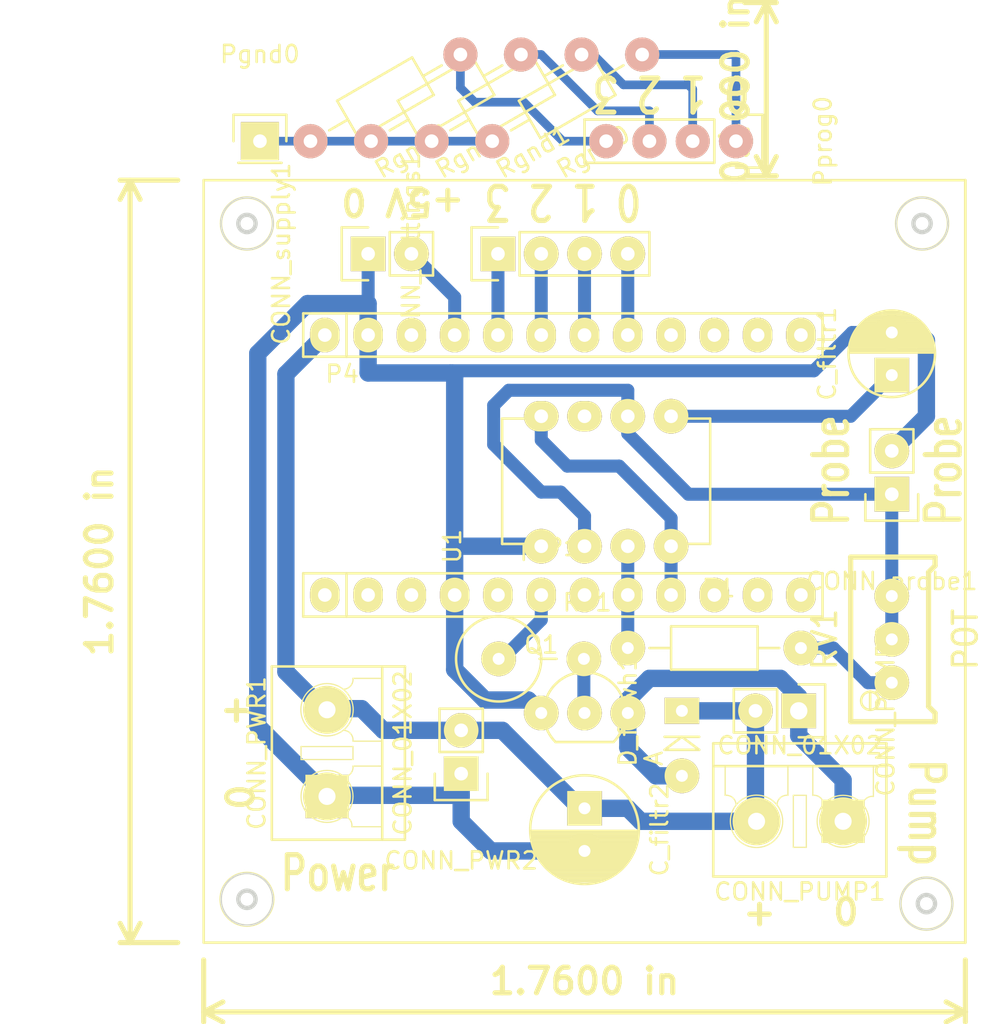
<source format=kicad_pcb>
(kicad_pcb (version 4) (host pcbnew 4.0.1-3.201512161002+6197~38~ubuntu14.04.1-stable)

  (general
    (links 45)
    (no_connects 5)
    (area 116.206001 68.326 174.5075 130.208001)
    (thickness 1.6)
    (drawings 31)
    (tracks 113)
    (zones 0)
    (modules 23)
    (nets 33)
  )

  (page A4)
  (title_block
    (date "sam. 04 avril 2015")
  )

  (layers
    (0 F.Cu signal)
    (31 B.Cu signal)
    (32 B.Adhes user)
    (33 F.Adhes user)
    (34 B.Paste user)
    (35 F.Paste user)
    (36 B.SilkS user)
    (37 F.SilkS user)
    (38 B.Mask user)
    (39 F.Mask user)
    (40 Dwgs.User user)
    (41 Cmts.User user)
    (42 Eco1.User user)
    (43 Eco2.User user)
    (44 Edge.Cuts user)
    (45 Margin user)
    (46 B.CrtYd user)
    (47 F.CrtYd user)
    (48 B.Fab user)
    (49 F.Fab user)
  )

  (setup
    (last_trace_width 1.016)
    (user_trace_width 0.508)
    (user_trace_width 0.762)
    (user_trace_width 1.016)
    (trace_clearance 0.2)
    (zone_clearance 0.508)
    (zone_45_only no)
    (trace_min 0.2)
    (segment_width 0.15)
    (edge_width 0.1)
    (via_size 0.6)
    (via_drill 0.4)
    (via_min_size 0.4)
    (via_min_drill 0.3)
    (uvia_size 0.3)
    (uvia_drill 0.1)
    (uvias_allowed no)
    (uvia_min_size 0.2)
    (uvia_min_drill 0.1)
    (pcb_text_width 0.3)
    (pcb_text_size 1.5 1.5)
    (mod_edge_width 0.15)
    (mod_text_size 1 1)
    (mod_text_width 0.15)
    (pad_size 1.524 2.032)
    (pad_drill 0.7)
    (pad_to_mask_clearance 0)
    (aux_axis_origin 137.16 114.3)
    (visible_elements FFFFFF7F)
    (pcbplotparams
      (layerselection 0x00030_80000001)
      (usegerberextensions false)
      (excludeedgelayer true)
      (linewidth 0.100000)
      (plotframeref false)
      (viasonmask false)
      (mode 1)
      (useauxorigin false)
      (hpglpennumber 1)
      (hpglpenspeed 20)
      (hpglpendiameter 15)
      (hpglpenoverlay 2)
      (psnegative false)
      (psa4output false)
      (plotreference true)
      (plotvalue true)
      (plotinvisibletext false)
      (padsonsilk false)
      (subtractmaskfromsilk false)
      (outputformat 1)
      (mirror false)
      (drillshape 1)
      (scaleselection 1)
      (outputdirectory print/))
  )

  (net 0 "")
  (net 1 "/1(Tx)")
  (net 2 "/0(Rx)")
  (net 3 /Reset)
  (net 4 GND)
  (net 5 /2)
  (net 6 "/3(**)")
  (net 7 /4)
  (net 8 "/5(**)")
  (net 9 /7)
  (net 10 /8)
  (net 11 "/9(**)")
  (net 12 VCC)
  (net 13 /A3)
  (net 14 /A2)
  (net 15 /A1)
  (net 16 /A0)
  (net 17 "/13(SCK)")
  (net 18 "/12(MISO)")
  (net 19 "/11(**/MOSI)")
  (net 20 "/10(**/SS)")
  (net 21 "Net-(CONN_probe1-Pad1)")
  (net 22 "Net-(CONN_PUMP1-Pad1)")
  (net 23 +12V)
  (net 24 "Net-(C_filtr1-Pad1)")
  (net 25 "Net-(Q1-Pad2)")
  (net 26 "Net-(R1-Pad2)")
  (net 27 "Net-(U1-Pad7)")
  (net 28 "Net-(Pgnd0-Pad1)")
  (net 29 "Net-(Pprog0-Pad1)")
  (net 30 "Net-(Pprog0-Pad2)")
  (net 31 "Net-(Pprog0-Pad3)")
  (net 32 "Net-(Pprog0-Pad4)")

  (net_class Default "This is the default net class."
    (clearance 0.2)
    (trace_width 0.25)
    (via_dia 0.6)
    (via_drill 0.4)
    (uvia_dia 0.3)
    (uvia_drill 0.1)
    (add_net +12V)
    (add_net "/0(Rx)")
    (add_net "/1(Tx)")
    (add_net "/10(**/SS)")
    (add_net "/11(**/MOSI)")
    (add_net "/12(MISO)")
    (add_net "/13(SCK)")
    (add_net /2)
    (add_net "/3(**)")
    (add_net /4)
    (add_net "/5(**)")
    (add_net /7)
    (add_net /8)
    (add_net "/9(**)")
    (add_net /A0)
    (add_net /A1)
    (add_net /A2)
    (add_net /A3)
    (add_net /Reset)
    (add_net GND)
    (add_net "Net-(CONN_PUMP1-Pad1)")
    (add_net "Net-(CONN_probe1-Pad1)")
    (add_net "Net-(C_filtr1-Pad1)")
    (add_net "Net-(Pgnd0-Pad1)")
    (add_net "Net-(Pprog0-Pad1)")
    (add_net "Net-(Pprog0-Pad2)")
    (add_net "Net-(Pprog0-Pad3)")
    (add_net "Net-(Pprog0-Pad4)")
    (add_net "Net-(Q1-Pad2)")
    (add_net "Net-(R1-Pad2)")
    (add_net "Net-(U1-Pad7)")
    (add_net VCC)
  )

  (module TO_SOT_Packages_THT:TO-92_Inline_Wide (layer F.Cu) (tedit 567F077D) (tstamp 567BF6A3)
    (at 148.336 109.982)
    (descr "TO-92 leads in-line, wide, drill 0.8mm (see NXP sot054_po.pdf)")
    (tags "to-92 sc-43 sc-43a sot54 PA33 transistor")
    (path /567F073B)
    (fp_text reference Q1 (at 0 -4 180) (layer F.SilkS)
      (effects (font (size 1 1) (thickness 0.15)))
    )
    (fp_text value 2N2222 (at 2.286 2.032) (layer F.Fab)
      (effects (font (size 1 1) (thickness 0.15)))
    )
    (fp_arc (start 2.54 0) (end 0.84 1.7) (angle 20.5) (layer F.SilkS) (width 0.15))
    (fp_arc (start 2.54 0) (end 4.24 1.7) (angle -20.5) (layer F.SilkS) (width 0.15))
    (fp_line (start -1 1.95) (end -1 -2.65) (layer F.CrtYd) (width 0.05))
    (fp_line (start -1 1.95) (end 6.1 1.95) (layer F.CrtYd) (width 0.05))
    (fp_line (start 0.84 1.7) (end 4.24 1.7) (layer F.SilkS) (width 0.15))
    (fp_arc (start 2.54 0) (end 2.54 -2.4) (angle -65.55604127) (layer F.SilkS) (width 0.15))
    (fp_arc (start 2.54 0) (end 2.54 -2.4) (angle 65.55604127) (layer F.SilkS) (width 0.15))
    (fp_line (start -1 -2.65) (end 6.1 -2.65) (layer F.CrtYd) (width 0.05))
    (fp_line (start 6.1 1.95) (end 6.1 -2.65) (layer F.CrtYd) (width 0.05))
    (pad 2 thru_hole oval (at 2.54 0) (size 2.032 2.032) (drill 0.7) (layers *.Cu *.Mask F.SilkS)
      (net 25 "Net-(Q1-Pad2)"))
    (pad 3 thru_hole oval (at 5.08 0) (size 2.032 2.032) (drill 0.7) (layers *.Cu *.Mask F.SilkS)
      (net 22 "Net-(CONN_PUMP1-Pad1)"))
    (pad 1 thru_hole oval (at 0 0) (size 2.032 2.032) (drill 0.7) (layers *.Cu *.Mask F.SilkS)
      (net 4 GND))
    (model TO_SOT_Packages_THT.3dshapes/TO-92_Inline_Wide.wrl
      (at (xyz 0.1 0 0))
      (scale (xyz 1 1 1))
      (rotate (xyz 0 0 -90))
    )
  )

  (module Socket_Arduino_Pro_Mini:Socket_Strip_Arduino_1x12 locked (layer F.Cu) (tedit 567CA188) (tstamp 552111CC)
    (at 135.636 103.0605)
    (descr "Through hole socket strip")
    (tags "socket strip")
    (path /552014A1)
    (fp_text reference P1 (at 13.97 -2.794) (layer F.SilkS)
      (effects (font (size 1 1) (thickness 0.15)))
    )
    (fp_text value Digital (at 18.034 -2.794) (layer F.Fab)
      (effects (font (size 1 1) (thickness 0.15)))
    )
    (fp_line (start 1.27 -1.27) (end -1.27 -1.27) (layer F.SilkS) (width 0.15))
    (fp_line (start -1.27 -1.27) (end -1.27 1.27) (layer F.SilkS) (width 0.15))
    (fp_line (start -1.27 1.27) (end 1.27 1.27) (layer F.SilkS) (width 0.15))
    (fp_line (start -1.75 -1.75) (end -1.75 1.75) (layer F.CrtYd) (width 0.05))
    (fp_line (start 29.7 -1.75) (end 29.7 1.75) (layer F.CrtYd) (width 0.05))
    (fp_line (start -1.75 -1.75) (end 29.7 -1.75) (layer F.CrtYd) (width 0.05))
    (fp_line (start -1.75 1.75) (end 29.7 1.75) (layer F.CrtYd) (width 0.05))
    (fp_line (start 1.27 1.27) (end 29.21 1.27) (layer F.SilkS) (width 0.15))
    (fp_line (start 29.21 1.27) (end 29.21 -1.27) (layer F.SilkS) (width 0.15))
    (fp_line (start 29.21 -1.27) (end 1.27 -1.27) (layer F.SilkS) (width 0.15))
    (fp_line (start 1.27 1.27) (end 1.27 -1.27) (layer F.SilkS) (width 0.15))
    (pad 1 thru_hole oval (at 0 0) (size 1.7272 2.032) (drill 0.8) (layers *.Cu *.Mask F.SilkS)
      (net 1 "/1(Tx)"))
    (pad 2 thru_hole oval (at 2.54 0) (size 1.7272 2.032) (drill 0.8) (layers *.Cu *.Mask F.SilkS)
      (net 2 "/0(Rx)"))
    (pad 3 thru_hole oval (at 5.08 0) (size 1.7272 2.032) (drill 0.8) (layers *.Cu *.Mask F.SilkS)
      (net 3 /Reset))
    (pad 4 thru_hole oval (at 7.62 0) (size 1.7272 2.032) (drill 0.8) (layers *.Cu *.Mask F.SilkS)
      (net 4 GND))
    (pad 5 thru_hole oval (at 10.16 0) (size 1.7272 2.032) (drill 0.8) (layers *.Cu *.Mask F.SilkS)
      (net 5 /2))
    (pad 6 thru_hole oval (at 12.7 0) (size 1.7272 2.032) (drill 0.8) (layers *.Cu *.Mask F.SilkS)
      (net 6 "/3(**)"))
    (pad 7 thru_hole oval (at 15.24 0) (size 1.7272 2.032) (drill 0.8) (layers *.Cu *.Mask F.SilkS)
      (net 7 /4))
    (pad 8 thru_hole oval (at 17.78 0) (size 1.7272 2.032) (drill 0.8) (layers *.Cu *.Mask F.SilkS)
      (net 8 "/5(**)"))
    (pad 9 thru_hole oval (at 20.32 0) (size 1.7272 2.032) (drill 0.8) (layers *.Cu *.Mask F.SilkS)
      (net 12 VCC))
    (pad 10 thru_hole oval (at 22.86 0) (size 1.7272 2.032) (drill 0.8) (layers *.Cu *.Mask F.SilkS)
      (net 9 /7))
    (pad 11 thru_hole oval (at 25.4 0) (size 1.7272 2.032) (drill 0.8) (layers *.Cu *.Mask F.SilkS)
      (net 10 /8))
    (pad 12 thru_hole oval (at 27.94 0) (size 1.7272 2.032) (drill 0.8) (layers *.Cu *.Mask F.SilkS)
      (net 11 "/9(**)"))
    (model ${KIPRJMOD}/Socket_Arduino_Pro_Mini.3dshapes/Socket_header_Arduino_1x12.wrl
      (at (xyz 0.55 0 0))
      (scale (xyz 1 1 1))
      (rotate (xyz 0 0 180))
    )
  )

  (module Socket_Arduino_Pro_Mini:Socket_Strip_Arduino_1x12 locked (layer F.Cu) (tedit 567CA146) (tstamp 5521120D)
    (at 135.636 87.8205)
    (descr "Through hole socket strip")
    (tags "socket strip")
    (path /552014EF)
    (fp_text reference P4 (at 1.016 2.286) (layer F.SilkS)
      (effects (font (size 1 1) (thickness 0.15)))
    )
    (fp_text value Analog (at 4.826 2.54) (layer F.Fab)
      (effects (font (size 1 1) (thickness 0.15)))
    )
    (fp_line (start 1.27 -1.27) (end -1.27 -1.27) (layer F.SilkS) (width 0.15))
    (fp_line (start -1.27 -1.27) (end -1.27 1.27) (layer F.SilkS) (width 0.15))
    (fp_line (start -1.27 1.27) (end 1.27 1.27) (layer F.SilkS) (width 0.15))
    (fp_line (start -1.75 -1.75) (end -1.75 1.75) (layer F.CrtYd) (width 0.05))
    (fp_line (start 29.7 -1.75) (end 29.7 1.75) (layer F.CrtYd) (width 0.05))
    (fp_line (start -1.75 -1.75) (end 29.7 -1.75) (layer F.CrtYd) (width 0.05))
    (fp_line (start -1.75 1.75) (end 29.7 1.75) (layer F.CrtYd) (width 0.05))
    (fp_line (start 1.27 1.27) (end 29.21 1.27) (layer F.SilkS) (width 0.15))
    (fp_line (start 29.21 1.27) (end 29.21 -1.27) (layer F.SilkS) (width 0.15))
    (fp_line (start 29.21 -1.27) (end 1.27 -1.27) (layer F.SilkS) (width 0.15))
    (fp_line (start 1.27 1.27) (end 1.27 -1.27) (layer F.SilkS) (width 0.15))
    (pad 1 thru_hole oval (at 0 0) (size 1.7272 2.032) (drill 0.8) (layers *.Cu *.Mask F.SilkS)
      (net 23 +12V))
    (pad 2 thru_hole oval (at 2.54 0) (size 1.7272 2.032) (drill 0.8) (layers *.Cu *.Mask F.SilkS)
      (net 4 GND))
    (pad 3 thru_hole oval (at 5.08 0) (size 1.7272 2.032) (drill 0.8) (layers *.Cu *.Mask F.SilkS)
      (net 3 /Reset))
    (pad 4 thru_hole oval (at 7.62 0) (size 1.7272 2.032) (drill 0.8) (layers *.Cu *.Mask F.SilkS)
      (net 12 VCC))
    (pad 5 thru_hole oval (at 10.16 0) (size 1.7272 2.032) (drill 0.8) (layers *.Cu *.Mask F.SilkS)
      (net 13 /A3))
    (pad 6 thru_hole oval (at 12.7 0) (size 1.7272 2.032) (drill 0.8) (layers *.Cu *.Mask F.SilkS)
      (net 14 /A2))
    (pad 7 thru_hole oval (at 15.24 0) (size 1.7272 2.032) (drill 0.8) (layers *.Cu *.Mask F.SilkS)
      (net 15 /A1))
    (pad 8 thru_hole oval (at 17.78 0) (size 1.7272 2.032) (drill 0.8) (layers *.Cu *.Mask F.SilkS)
      (net 16 /A0))
    (pad 9 thru_hole oval (at 20.32 0) (size 1.7272 2.032) (drill 0.8) (layers *.Cu *.Mask F.SilkS)
      (net 17 "/13(SCK)"))
    (pad 10 thru_hole oval (at 22.86 0) (size 1.7272 2.032) (drill 0.8) (layers *.Cu *.Mask F.SilkS)
      (net 18 "/12(MISO)"))
    (pad 11 thru_hole oval (at 25.4 0) (size 1.7272 2.032) (drill 0.8) (layers *.Cu *.Mask F.SilkS)
      (net 19 "/11(**/MOSI)"))
    (pad 12 thru_hole oval (at 27.94 0) (size 1.7272 2.032) (drill 0.8) (layers *.Cu *.Mask F.SilkS)
      (net 20 "/10(**/SS)"))
    (model ${KIPRJMOD}/Socket_Arduino_Pro_Mini.3dshapes/Socket_header_Arduino_1x12.wrl
      (at (xyz 0.55 0 0))
      (scale (xyz 1 1 1))
      (rotate (xyz 0 0 180))
    )
  )

  (module Pin_Headers:Pin_Header_Straight_1x02 (layer F.Cu) (tedit 567C9E98) (tstamp 567BF67E)
    (at 168.91 97.155 180)
    (descr "Through hole pin header")
    (tags "pin header")
    (path /567BDD3D)
    (fp_text reference CONN_probe1 (at 0 -5.1 180) (layer F.SilkS)
      (effects (font (size 1 1) (thickness 0.15)))
    )
    (fp_text value CONN_01X02 (at 0 -3.1 180) (layer F.Fab)
      (effects (font (size 1 1) (thickness 0.15)))
    )
    (fp_line (start 1.27 1.27) (end 1.27 3.81) (layer F.SilkS) (width 0.15))
    (fp_line (start 1.55 -1.55) (end 1.55 0) (layer F.SilkS) (width 0.15))
    (fp_line (start -1.75 -1.75) (end -1.75 4.3) (layer F.CrtYd) (width 0.05))
    (fp_line (start 1.75 -1.75) (end 1.75 4.3) (layer F.CrtYd) (width 0.05))
    (fp_line (start -1.75 -1.75) (end 1.75 -1.75) (layer F.CrtYd) (width 0.05))
    (fp_line (start -1.75 4.3) (end 1.75 4.3) (layer F.CrtYd) (width 0.05))
    (fp_line (start 1.27 1.27) (end -1.27 1.27) (layer F.SilkS) (width 0.15))
    (fp_line (start -1.55 0) (end -1.55 -1.55) (layer F.SilkS) (width 0.15))
    (fp_line (start -1.55 -1.55) (end 1.55 -1.55) (layer F.SilkS) (width 0.15))
    (fp_line (start -1.27 1.27) (end -1.27 3.81) (layer F.SilkS) (width 0.15))
    (fp_line (start -1.27 3.81) (end 1.27 3.81) (layer F.SilkS) (width 0.15))
    (pad 1 thru_hole rect (at 0 0 180) (size 2.032 2.032) (drill 0.8) (layers *.Cu *.Mask F.SilkS)
      (net 21 "Net-(CONN_probe1-Pad1)"))
    (pad 2 thru_hole oval (at 0 2.54 180) (size 2.032 2.032) (drill 0.8) (layers *.Cu *.Mask F.SilkS)
      (net 4 GND))
    (model Pin_Headers.3dshapes/Pin_Header_Straight_1x02.wrl
      (at (xyz 0 -0.05 0))
      (scale (xyz 1 1 1))
      (rotate (xyz 0 0 90))
    )
  )

  (module Pin_Headers:Pin_Header_Straight_1x02 (layer F.Cu) (tedit 567C9E90) (tstamp 567BF68A)
    (at 163.449 109.855 270)
    (descr "Through hole pin header")
    (tags "pin header")
    (path /567BFA6B)
    (fp_text reference CONN_PUMP2 (at 0 -5.1 270) (layer F.SilkS)
      (effects (font (size 1 1) (thickness 0.15)))
    )
    (fp_text value CONN_01X02 (at 0 -3.1 270) (layer F.Fab)
      (effects (font (size 1 1) (thickness 0.15)))
    )
    (fp_line (start 1.27 1.27) (end 1.27 3.81) (layer F.SilkS) (width 0.15))
    (fp_line (start 1.55 -1.55) (end 1.55 0) (layer F.SilkS) (width 0.15))
    (fp_line (start -1.75 -1.75) (end -1.75 4.3) (layer F.CrtYd) (width 0.05))
    (fp_line (start 1.75 -1.75) (end 1.75 4.3) (layer F.CrtYd) (width 0.05))
    (fp_line (start -1.75 -1.75) (end 1.75 -1.75) (layer F.CrtYd) (width 0.05))
    (fp_line (start -1.75 4.3) (end 1.75 4.3) (layer F.CrtYd) (width 0.05))
    (fp_line (start 1.27 1.27) (end -1.27 1.27) (layer F.SilkS) (width 0.15))
    (fp_line (start -1.55 0) (end -1.55 -1.55) (layer F.SilkS) (width 0.15))
    (fp_line (start -1.55 -1.55) (end 1.55 -1.55) (layer F.SilkS) (width 0.15))
    (fp_line (start -1.27 1.27) (end -1.27 3.81) (layer F.SilkS) (width 0.15))
    (fp_line (start -1.27 3.81) (end 1.27 3.81) (layer F.SilkS) (width 0.15))
    (pad 1 thru_hole rect (at 0 0 270) (size 2.032 2.032) (drill 1.016) (layers *.Cu *.Mask F.SilkS)
      (net 22 "Net-(CONN_PUMP1-Pad1)"))
    (pad 2 thru_hole oval (at 0 2.54 270) (size 2.032 2.032) (drill 0.8) (layers *.Cu *.Mask F.SilkS)
      (net 23 +12V))
    (model Pin_Headers.3dshapes/Pin_Header_Straight_1x02.wrl
      (at (xyz 0 -0.05 0))
      (scale (xyz 1 1 1))
      (rotate (xyz 0 0 90))
    )
  )

  (module Pin_Headers:Pin_Header_Straight_1x02 (layer F.Cu) (tedit 567C9E79) (tstamp 567BF696)
    (at 143.637 113.538 180)
    (descr "Through hole pin header")
    (tags "pin header")
    (path /567BF917)
    (fp_text reference CONN_PWR2 (at 0 -5.1 180) (layer F.SilkS)
      (effects (font (size 1 1) (thickness 0.15)))
    )
    (fp_text value CONN_01X02 (at 0 -3.1 180) (layer F.Fab)
      (effects (font (size 1 1) (thickness 0.15)))
    )
    (fp_line (start 1.27 1.27) (end 1.27 3.81) (layer F.SilkS) (width 0.15))
    (fp_line (start 1.55 -1.55) (end 1.55 0) (layer F.SilkS) (width 0.15))
    (fp_line (start -1.75 -1.75) (end -1.75 4.3) (layer F.CrtYd) (width 0.05))
    (fp_line (start 1.75 -1.75) (end 1.75 4.3) (layer F.CrtYd) (width 0.05))
    (fp_line (start -1.75 -1.75) (end 1.75 -1.75) (layer F.CrtYd) (width 0.05))
    (fp_line (start -1.75 4.3) (end 1.75 4.3) (layer F.CrtYd) (width 0.05))
    (fp_line (start 1.27 1.27) (end -1.27 1.27) (layer F.SilkS) (width 0.15))
    (fp_line (start -1.55 0) (end -1.55 -1.55) (layer F.SilkS) (width 0.15))
    (fp_line (start -1.55 -1.55) (end 1.55 -1.55) (layer F.SilkS) (width 0.15))
    (fp_line (start -1.27 1.27) (end -1.27 3.81) (layer F.SilkS) (width 0.15))
    (fp_line (start -1.27 3.81) (end 1.27 3.81) (layer F.SilkS) (width 0.15))
    (pad 1 thru_hole rect (at 0 0 180) (size 2.032 2.032) (drill 0.8) (layers *.Cu *.Mask F.SilkS)
      (net 4 GND))
    (pad 2 thru_hole oval (at 0 2.54 180) (size 2.032 2.032) (drill 0.8) (layers *.Cu *.Mask F.SilkS)
      (net 23 +12V))
    (model Pin_Headers.3dshapes/Pin_Header_Straight_1x02.wrl
      (at (xyz 0 -0.05 0))
      (scale (xyz 1 1 1))
      (rotate (xyz 0 0 90))
    )
  )

  (module Capacitors_ThroughHole:C_Radial_D5_L6_P2.5 (layer F.Cu) (tedit 567DBFE1) (tstamp 567BF69C)
    (at 168.91 90.17 90)
    (descr "Radial Electrolytic Capacitor Diameter 5mm x Length 6mm, Pitch 2.5mm")
    (tags "Electrolytic Capacitor")
    (path /567BEDBF)
    (fp_text reference C_filtr1 (at 1.25 -3.8 90) (layer F.SilkS)
      (effects (font (size 1 1) (thickness 0.15)))
    )
    (fp_text value CP1 (at 1.25 3.8 90) (layer F.Fab)
      (effects (font (size 1 1) (thickness 0.15)))
    )
    (fp_line (start 1.325 -2.499) (end 1.325 2.499) (layer F.SilkS) (width 0.15))
    (fp_line (start 1.465 -2.491) (end 1.465 2.491) (layer F.SilkS) (width 0.15))
    (fp_line (start 1.605 -2.475) (end 1.605 -0.095) (layer F.SilkS) (width 0.15))
    (fp_line (start 1.605 0.095) (end 1.605 2.475) (layer F.SilkS) (width 0.15))
    (fp_line (start 1.745 -2.451) (end 1.745 -0.49) (layer F.SilkS) (width 0.15))
    (fp_line (start 1.745 0.49) (end 1.745 2.451) (layer F.SilkS) (width 0.15))
    (fp_line (start 1.885 -2.418) (end 1.885 -0.657) (layer F.SilkS) (width 0.15))
    (fp_line (start 1.885 0.657) (end 1.885 2.418) (layer F.SilkS) (width 0.15))
    (fp_line (start 2.025 -2.377) (end 2.025 -0.764) (layer F.SilkS) (width 0.15))
    (fp_line (start 2.025 0.764) (end 2.025 2.377) (layer F.SilkS) (width 0.15))
    (fp_line (start 2.165 -2.327) (end 2.165 -0.835) (layer F.SilkS) (width 0.15))
    (fp_line (start 2.165 0.835) (end 2.165 2.327) (layer F.SilkS) (width 0.15))
    (fp_line (start 2.305 -2.266) (end 2.305 -0.879) (layer F.SilkS) (width 0.15))
    (fp_line (start 2.305 0.879) (end 2.305 2.266) (layer F.SilkS) (width 0.15))
    (fp_line (start 2.445 -2.196) (end 2.445 -0.898) (layer F.SilkS) (width 0.15))
    (fp_line (start 2.445 0.898) (end 2.445 2.196) (layer F.SilkS) (width 0.15))
    (fp_line (start 2.585 -2.114) (end 2.585 -0.896) (layer F.SilkS) (width 0.15))
    (fp_line (start 2.585 0.896) (end 2.585 2.114) (layer F.SilkS) (width 0.15))
    (fp_line (start 2.725 -2.019) (end 2.725 -0.871) (layer F.SilkS) (width 0.15))
    (fp_line (start 2.725 0.871) (end 2.725 2.019) (layer F.SilkS) (width 0.15))
    (fp_line (start 2.865 -1.908) (end 2.865 -0.823) (layer F.SilkS) (width 0.15))
    (fp_line (start 2.865 0.823) (end 2.865 1.908) (layer F.SilkS) (width 0.15))
    (fp_line (start 3.005 -1.78) (end 3.005 -0.745) (layer F.SilkS) (width 0.15))
    (fp_line (start 3.005 0.745) (end 3.005 1.78) (layer F.SilkS) (width 0.15))
    (fp_line (start 3.145 -1.631) (end 3.145 -0.628) (layer F.SilkS) (width 0.15))
    (fp_line (start 3.145 0.628) (end 3.145 1.631) (layer F.SilkS) (width 0.15))
    (fp_line (start 3.285 -1.452) (end 3.285 -0.44) (layer F.SilkS) (width 0.15))
    (fp_line (start 3.285 0.44) (end 3.285 1.452) (layer F.SilkS) (width 0.15))
    (fp_line (start 3.425 -1.233) (end 3.425 1.233) (layer F.SilkS) (width 0.15))
    (fp_line (start 3.565 -0.944) (end 3.565 0.944) (layer F.SilkS) (width 0.15))
    (fp_line (start 3.705 -0.472) (end 3.705 0.472) (layer F.SilkS) (width 0.15))
    (fp_circle (center 2.5 0) (end 2.5 -0.9) (layer F.SilkS) (width 0.15))
    (fp_circle (center 1.25 0) (end 1.25 -2.5375) (layer F.SilkS) (width 0.15))
    (fp_circle (center 1.25 0) (end 1.25 -2.8) (layer F.CrtYd) (width 0.05))
    (pad 1 thru_hole rect (at 0 0 90) (size 2.032 2.032) (drill 0.7) (layers *.Cu *.Mask F.SilkS)
      (net 24 "Net-(C_filtr1-Pad1)"))
    (pad 2 thru_hole oval (at 2.5 0 90) (size 2.032 2.032) (drill 0.7) (layers *.Cu *.Mask F.SilkS)
      (net 4 GND))
    (model Capacitors_ThroughHole.3dshapes/C_Radial_D5_L6_P2.5.wrl
      (at (xyz 0.0492126 0 0))
      (scale (xyz 1 1 1))
      (rotate (xyz 0 0 90))
    )
  )

  (module Resistors_ThroughHole:Resistor_Horizontal_RM10mm (layer F.Cu) (tedit 567CA24C) (tstamp 567BF6A9)
    (at 158.496 106.172)
    (descr "Resistor, Axial,  RM 10mm, 1/3W,")
    (tags "Resistor, Axial, RM 10mm, 1/3W,")
    (path /567C1585)
    (fp_text reference R1 (at 0.24892 -3.50012) (layer F.SilkS)
      (effects (font (size 1 1) (thickness 0.15)))
    )
    (fp_text value R (at 3.81 3.81) (layer F.Fab)
      (effects (font (size 1 1) (thickness 0.15)))
    )
    (fp_line (start -2.54 -1.27) (end 2.54 -1.27) (layer F.SilkS) (width 0.15))
    (fp_line (start 2.54 -1.27) (end 2.54 1.27) (layer F.SilkS) (width 0.15))
    (fp_line (start 2.54 1.27) (end -2.54 1.27) (layer F.SilkS) (width 0.15))
    (fp_line (start -2.54 1.27) (end -2.54 -1.27) (layer F.SilkS) (width 0.15))
    (fp_line (start -2.54 0) (end -3.81 0) (layer F.SilkS) (width 0.15))
    (fp_line (start 2.54 0) (end 3.81 0) (layer F.SilkS) (width 0.15))
    (pad 1 thru_hole oval (at -5.08 0) (size 2.032 2.032) (drill 0.7) (layers *.Cu *.Mask F.SilkS)
      (net 8 "/5(**)"))
    (pad 2 thru_hole oval (at 5.08 0) (size 2.032 2.032) (drill 0.7) (layers *.Cu *.Mask F.SilkS)
      (net 26 "Net-(R1-Pad2)"))
    (model Resistors_ThroughHole.3dshapes/Resistor_Horizontal_RM10mm.wrl
      (at (xyz 0 0 0))
      (scale (xyz 0.4 0.4 0.4))
      (rotate (xyz 0 0 0))
    )
  )

  (module trimpot-cermet-btype:RV-bline (layer F.Cu) (tedit 567CA231) (tstamp 567BF6B6)
    (at 168.91 105.664 90)
    (descr "Resistance variable / Potentiometre")
    (tags R)
    (path /567BDF14)
    (fp_text reference RV1 (at 0 -3.937 90) (layer F.SilkS)
      (effects (font (size 1.397 1.27) (thickness 0.2032)))
    )
    (fp_text value POT (at 0 4.318 90) (layer F.SilkS)
      (effects (font (size 1.397 1.27) (thickness 0.2032)))
    )
    (fp_line (start 4.826 2.54) (end 4.318 2.54) (layer F.SilkS) (width 0.3048))
    (fp_line (start 4.318 2.54) (end 3.937 2.159) (layer F.SilkS) (width 0.3048))
    (fp_line (start 3.937 2.159) (end -3.937 2.159) (layer F.SilkS) (width 0.3048))
    (fp_line (start -4.318 2.54) (end -4.826 2.54) (layer F.SilkS) (width 0.3048))
    (fp_line (start -4.318 2.54) (end -3.937 2.159) (layer F.SilkS) (width 0.3048))
    (fp_line (start -4.064 -1.27) (end -3.048 -1.27) (layer F.SilkS) (width 0.15))
    (fp_circle (center -3.603 -1.27) (end -3.429 -0.769) (layer F.SilkS) (width 0.15))
    (fp_line (start -4.826 -2.413) (end 4.826 -2.413) (layer F.SilkS) (width 0.3048))
    (fp_line (start 4.826 -2.413) (end 4.826 2.54) (layer F.SilkS) (width 0.3048))
    (fp_line (start -4.826 2.54) (end -4.826 -2.41) (layer F.SilkS) (width 0.3048))
    (pad 1 thru_hole oval (at -2.54 0 90) (size 2.032 2.032) (drill 0.7) (layers *.Cu *.Mask F.SilkS)
      (net 26 "Net-(R1-Pad2)"))
    (pad 2 thru_hole oval (at 0 0 90) (size 2.032 2.032) (drill 0.7) (layers *.Cu *.Mask F.SilkS)
      (net 21 "Net-(CONN_probe1-Pad1)"))
    (pad 3 thru_hole oval (at 2.54 0 90) (size 2.032 2.032) (drill 0.7) (layers *.Cu *.Mask F.SilkS)
      (net 21 "Net-(CONN_probe1-Pad1)"))
  )

  (module Capacitors_ThroughHole:C_Radial_D6.3_L11.2_P2.5 (layer F.Cu) (tedit 567DBFCC) (tstamp 567C5FA5)
    (at 150.876 115.57 270)
    (descr "Radial Electrolytic Capacitor, Diameter 6.3mm x Length 11.2mm, Pitch 2.5mm")
    (tags "Electrolytic Capacitor")
    (path /567C5CD6)
    (fp_text reference C_filtr2 (at 1.25 -4.4 270) (layer F.SilkS)
      (effects (font (size 1 1) (thickness 0.15)))
    )
    (fp_text value CP1 (at 1.25 4.4 270) (layer F.Fab)
      (effects (font (size 1 1) (thickness 0.15)))
    )
    (fp_line (start 1.325 -3.149) (end 1.325 3.149) (layer F.SilkS) (width 0.15))
    (fp_line (start 1.465 -3.143) (end 1.465 3.143) (layer F.SilkS) (width 0.15))
    (fp_line (start 1.605 -3.13) (end 1.605 -0.446) (layer F.SilkS) (width 0.15))
    (fp_line (start 1.605 0.446) (end 1.605 3.13) (layer F.SilkS) (width 0.15))
    (fp_line (start 1.745 -3.111) (end 1.745 -0.656) (layer F.SilkS) (width 0.15))
    (fp_line (start 1.745 0.656) (end 1.745 3.111) (layer F.SilkS) (width 0.15))
    (fp_line (start 1.885 -3.085) (end 1.885 -0.789) (layer F.SilkS) (width 0.15))
    (fp_line (start 1.885 0.789) (end 1.885 3.085) (layer F.SilkS) (width 0.15))
    (fp_line (start 2.025 -3.053) (end 2.025 -0.88) (layer F.SilkS) (width 0.15))
    (fp_line (start 2.025 0.88) (end 2.025 3.053) (layer F.SilkS) (width 0.15))
    (fp_line (start 2.165 -3.014) (end 2.165 -0.942) (layer F.SilkS) (width 0.15))
    (fp_line (start 2.165 0.942) (end 2.165 3.014) (layer F.SilkS) (width 0.15))
    (fp_line (start 2.305 -2.968) (end 2.305 -0.981) (layer F.SilkS) (width 0.15))
    (fp_line (start 2.305 0.981) (end 2.305 2.968) (layer F.SilkS) (width 0.15))
    (fp_line (start 2.445 -2.915) (end 2.445 -0.998) (layer F.SilkS) (width 0.15))
    (fp_line (start 2.445 0.998) (end 2.445 2.915) (layer F.SilkS) (width 0.15))
    (fp_line (start 2.585 -2.853) (end 2.585 -0.996) (layer F.SilkS) (width 0.15))
    (fp_line (start 2.585 0.996) (end 2.585 2.853) (layer F.SilkS) (width 0.15))
    (fp_line (start 2.725 -2.783) (end 2.725 -0.974) (layer F.SilkS) (width 0.15))
    (fp_line (start 2.725 0.974) (end 2.725 2.783) (layer F.SilkS) (width 0.15))
    (fp_line (start 2.865 -2.704) (end 2.865 -0.931) (layer F.SilkS) (width 0.15))
    (fp_line (start 2.865 0.931) (end 2.865 2.704) (layer F.SilkS) (width 0.15))
    (fp_line (start 3.005 -2.616) (end 3.005 -0.863) (layer F.SilkS) (width 0.15))
    (fp_line (start 3.005 0.863) (end 3.005 2.616) (layer F.SilkS) (width 0.15))
    (fp_line (start 3.145 -2.516) (end 3.145 -0.764) (layer F.SilkS) (width 0.15))
    (fp_line (start 3.145 0.764) (end 3.145 2.516) (layer F.SilkS) (width 0.15))
    (fp_line (start 3.285 -2.404) (end 3.285 -0.619) (layer F.SilkS) (width 0.15))
    (fp_line (start 3.285 0.619) (end 3.285 2.404) (layer F.SilkS) (width 0.15))
    (fp_line (start 3.425 -2.279) (end 3.425 -0.38) (layer F.SilkS) (width 0.15))
    (fp_line (start 3.425 0.38) (end 3.425 2.279) (layer F.SilkS) (width 0.15))
    (fp_line (start 3.565 -2.136) (end 3.565 2.136) (layer F.SilkS) (width 0.15))
    (fp_line (start 3.705 -1.974) (end 3.705 1.974) (layer F.SilkS) (width 0.15))
    (fp_line (start 3.845 -1.786) (end 3.845 1.786) (layer F.SilkS) (width 0.15))
    (fp_line (start 3.985 -1.563) (end 3.985 1.563) (layer F.SilkS) (width 0.15))
    (fp_line (start 4.125 -1.287) (end 4.125 1.287) (layer F.SilkS) (width 0.15))
    (fp_line (start 4.265 -0.912) (end 4.265 0.912) (layer F.SilkS) (width 0.15))
    (fp_circle (center 2.5 0) (end 2.5 -1) (layer F.SilkS) (width 0.15))
    (fp_circle (center 1.25 0) (end 1.25 -3.1875) (layer F.SilkS) (width 0.15))
    (fp_circle (center 1.25 0) (end 1.25 -3.4) (layer F.CrtYd) (width 0.05))
    (pad 2 thru_hole oval (at 2.5 0 270) (size 2.032 2.032) (drill 0.7) (layers *.Cu *.Mask F.SilkS)
      (net 4 GND))
    (pad 1 thru_hole rect (at 0 0 270) (size 2.032 2.032) (drill 0.7) (layers *.Cu *.Mask F.SilkS)
      (net 23 +12V))
    (model Capacitors_ThroughHole.3dshapes/C_Radial_D6.3_L11.2_P2.5.wrl
      (at (xyz 0 0 0))
      (scale (xyz 1 1 1))
      (rotate (xyz 0 0 0))
    )
  )

  (module Diodes_ThroughHole:Diode_DO-41_SOD81_Vertical_AnodeUp (layer F.Cu) (tedit 56889BDC) (tstamp 567C5FAB)
    (at 156.591 109.855 270)
    (descr "Diode, DO-41, SOD81, Vertical, Anode Up,")
    (tags "Diode, DO-41, SOD81, Vertical, Anode Up, 1N4007, SB140,")
    (path /567C6383)
    (fp_text reference D_flywh1 (at 0 3.175 270) (layer F.SilkS)
      (effects (font (size 1 1) (thickness 0.15)))
    )
    (fp_text value D_Small (at 0.05 -2 270) (layer F.Fab)
      (effects (font (size 1 1) (thickness 0.15)))
    )
    (fp_text user A (at 2.794 1.651 270) (layer F.SilkS)
      (effects (font (size 1 1) (thickness 0.15)))
    )
    (fp_line (start 1.524 0) (end 2.286 1.016) (layer F.SilkS) (width 0.15))
    (fp_line (start 1.524 0) (end 2.286 -1.016) (layer F.SilkS) (width 0.15))
    (fp_line (start 1.524 -1.016) (end 1.524 1.016) (layer F.SilkS) (width 0.15))
    (fp_line (start 2.286 -1.016) (end 2.286 1.016) (layer F.SilkS) (width 0.15))
    (pad 2 thru_hole oval (at 3.81 0 270) (size 2.032 2.032) (drill 0.7) (layers *.Cu *.Mask F.SilkS)
      (net 22 "Net-(CONN_PUMP1-Pad1)"))
    (pad 1 thru_hole rect (at 0 0 270) (size 1.524 2.032) (drill 0.7) (layers *.Cu *.Mask F.SilkS)
      (net 23 +12V))
  )

  (module Housings_DIP:DIP-8_W7.62mm (layer F.Cu) (tedit 567CA0B5) (tstamp 567C61B9)
    (at 148.336 100.203 90)
    (descr "8-lead dip package, row spacing 7.62 mm (300 mils)")
    (tags "dil dip 2.54 300")
    (path /567BDC87)
    (fp_text reference U1 (at 0 -5.22 90) (layer F.SilkS)
      (effects (font (size 1 1) (thickness 0.15)))
    )
    (fp_text value LM555N (at 0 -3.72 90) (layer F.Fab)
      (effects (font (size 1 1) (thickness 0.15)))
    )
    (fp_line (start -1.05 -2.45) (end -1.05 10.1) (layer F.CrtYd) (width 0.05))
    (fp_line (start 8.65 -2.45) (end 8.65 10.1) (layer F.CrtYd) (width 0.05))
    (fp_line (start -1.05 -2.45) (end 8.65 -2.45) (layer F.CrtYd) (width 0.05))
    (fp_line (start -1.05 10.1) (end 8.65 10.1) (layer F.CrtYd) (width 0.05))
    (fp_line (start 0.135 -2.295) (end 0.135 -1.025) (layer F.SilkS) (width 0.15))
    (fp_line (start 7.485 -2.295) (end 7.485 -1.025) (layer F.SilkS) (width 0.15))
    (fp_line (start 7.485 9.915) (end 7.485 8.645) (layer F.SilkS) (width 0.15))
    (fp_line (start 0.135 9.915) (end 0.135 8.645) (layer F.SilkS) (width 0.15))
    (fp_line (start 0.135 -2.295) (end 7.485 -2.295) (layer F.SilkS) (width 0.15))
    (fp_line (start 0.135 9.915) (end 7.485 9.915) (layer F.SilkS) (width 0.15))
    (fp_line (start 0.135 -1.025) (end -0.8 -1.025) (layer F.SilkS) (width 0.15))
    (pad 1 thru_hole oval (at 0 0 90) (size 2.032 2.032) (drill 0.8) (layers *.Cu *.Mask F.SilkS)
      (net 4 GND))
    (pad 2 thru_hole oval (at 0 2.54 90) (size 2.032 2.032) (drill 0.8) (layers *.Cu *.Mask F.SilkS)
      (net 21 "Net-(CONN_probe1-Pad1)"))
    (pad 3 thru_hole oval (at 0 5.08 90) (size 2.032 2.032) (drill 0.8) (layers *.Cu *.Mask F.SilkS)
      (net 8 "/5(**)"))
    (pad 4 thru_hole oval (at 0 7.62 90) (size 2.032 2.032) (drill 0.8) (layers *.Cu *.Mask F.SilkS)
      (net 12 VCC))
    (pad 5 thru_hole oval (at 7.62 7.62 90) (size 2.032 2.032) (drill 0.8) (layers *.Cu *.Mask F.SilkS)
      (net 24 "Net-(C_filtr1-Pad1)"))
    (pad 6 thru_hole oval (at 7.62 5.08 90) (size 2.032 2.032) (drill 0.8) (layers *.Cu *.Mask F.SilkS)
      (net 21 "Net-(CONN_probe1-Pad1)"))
    (pad 7 thru_hole oval (at 7.62 2.54 90) (size 1.778 2.032) (drill 0.8) (layers *.Cu *.Mask F.SilkS)
      (net 27 "Net-(U1-Pad7)"))
    (pad 8 thru_hole oval (at 7.62 0 90) (size 1.778 2.032) (drill 0.8) (layers *.Cu *.Mask F.SilkS)
      (net 12 VCC))
    (model Housings_DIP.3dshapes/DIP-8_W7.62mm.wrl
      (at (xyz 0 0 0))
      (scale (xyz 1 1 1))
      (rotate (xyz 0 0 0))
    )
  )

  (module Resistors_ThroughHole:Resistor_Vertical_RM5mm (layer F.Cu) (tedit 567F0773) (tstamp 567C6DBB)
    (at 148.336 106.807)
    (descr "Resistor, Vertical, RM 5mm, 1/3W,")
    (tags "Resistor, Vertical, RM 5mm, 1/3W,")
    (path /567BF76B)
    (fp_text reference Rb1 (at 2.70002 -3.29946) (layer F.SilkS)
      (effects (font (size 1 1) (thickness 0.15)))
    )
    (fp_text value 470R (at -4.064 0.127 90) (layer F.Fab)
      (effects (font (size 1 1) (thickness 0.15)))
    )
    (fp_line (start -0.09906 0) (end 0.9017 0) (layer F.SilkS) (width 0.15))
    (fp_circle (center -2.49936 0) (end 0 0) (layer F.SilkS) (width 0.15))
    (pad 1 thru_hole oval (at -2.49936 0) (size 2.032 2.032) (drill 0.7) (layers *.Cu *.Mask F.SilkS)
      (net 6 "/3(**)"))
    (pad 2 thru_hole oval (at 2.5019 0) (size 2.032 2.032) (drill 0.7) (layers *.Cu *.Mask F.SilkS)
      (net 25 "Net-(Q1-Pad2)"))
  )

  (module Pin_Headers:Pin_Header_Straight_1x04 (layer F.Cu) (tedit 567C9EAB) (tstamp 567C952C)
    (at 145.796 83.058 90)
    (descr "Through hole pin header")
    (tags "pin header")
    (path /567CAEC6)
    (fp_text reference CONN_settings1 (at 0 -5.1 90) (layer F.SilkS)
      (effects (font (size 1 1) (thickness 0.15)))
    )
    (fp_text value CONN_01X04 (at 0 -3.1 90) (layer F.Fab)
      (effects (font (size 1 1) (thickness 0.15)))
    )
    (fp_line (start -1.75 -1.75) (end -1.75 9.4) (layer F.CrtYd) (width 0.05))
    (fp_line (start 1.75 -1.75) (end 1.75 9.4) (layer F.CrtYd) (width 0.05))
    (fp_line (start -1.75 -1.75) (end 1.75 -1.75) (layer F.CrtYd) (width 0.05))
    (fp_line (start -1.75 9.4) (end 1.75 9.4) (layer F.CrtYd) (width 0.05))
    (fp_line (start -1.27 1.27) (end -1.27 8.89) (layer F.SilkS) (width 0.15))
    (fp_line (start 1.27 1.27) (end 1.27 8.89) (layer F.SilkS) (width 0.15))
    (fp_line (start 1.55 -1.55) (end 1.55 0) (layer F.SilkS) (width 0.15))
    (fp_line (start -1.27 8.89) (end 1.27 8.89) (layer F.SilkS) (width 0.15))
    (fp_line (start 1.27 1.27) (end -1.27 1.27) (layer F.SilkS) (width 0.15))
    (fp_line (start -1.55 0) (end -1.55 -1.55) (layer F.SilkS) (width 0.15))
    (fp_line (start -1.55 -1.55) (end 1.55 -1.55) (layer F.SilkS) (width 0.15))
    (pad 1 thru_hole rect (at 0 0 90) (size 2.032 2.032) (drill 0.8) (layers *.Cu *.Mask F.SilkS)
      (net 13 /A3))
    (pad 2 thru_hole oval (at 0 2.54 90) (size 2.032 2.032) (drill 0.8) (layers *.Cu *.Mask F.SilkS)
      (net 14 /A2))
    (pad 3 thru_hole oval (at 0 5.08 90) (size 2.032 2.032) (drill 0.8) (layers *.Cu *.Mask F.SilkS)
      (net 15 /A1))
    (pad 4 thru_hole oval (at 0 7.62 90) (size 2.032 2.032) (drill 0.8) (layers *.Cu *.Mask F.SilkS)
      (net 16 /A0))
    (model Pin_Headers.3dshapes/Pin_Header_Straight_1x04.wrl
      (at (xyz 0 -0.15 0))
      (scale (xyz 1 1 1))
      (rotate (xyz 0 0 90))
    )
  )

  (module Pin_Headers:Pin_Header_Straight_1x02 (layer F.Cu) (tedit 567C9EB7) (tstamp 567C9532)
    (at 138.176 83.058 90)
    (descr "Through hole pin header")
    (tags "pin header")
    (path /567CADAD)
    (fp_text reference CONN_supply1 (at 0 -5.1 90) (layer F.SilkS)
      (effects (font (size 1 1) (thickness 0.15)))
    )
    (fp_text value CONN_01X02 (at 0 -3.1 90) (layer F.Fab)
      (effects (font (size 1 1) (thickness 0.15)))
    )
    (fp_line (start 1.27 1.27) (end 1.27 3.81) (layer F.SilkS) (width 0.15))
    (fp_line (start 1.55 -1.55) (end 1.55 0) (layer F.SilkS) (width 0.15))
    (fp_line (start -1.75 -1.75) (end -1.75 4.3) (layer F.CrtYd) (width 0.05))
    (fp_line (start 1.75 -1.75) (end 1.75 4.3) (layer F.CrtYd) (width 0.05))
    (fp_line (start -1.75 -1.75) (end 1.75 -1.75) (layer F.CrtYd) (width 0.05))
    (fp_line (start -1.75 4.3) (end 1.75 4.3) (layer F.CrtYd) (width 0.05))
    (fp_line (start 1.27 1.27) (end -1.27 1.27) (layer F.SilkS) (width 0.15))
    (fp_line (start -1.55 0) (end -1.55 -1.55) (layer F.SilkS) (width 0.15))
    (fp_line (start -1.55 -1.55) (end 1.55 -1.55) (layer F.SilkS) (width 0.15))
    (fp_line (start -1.27 1.27) (end -1.27 3.81) (layer F.SilkS) (width 0.15))
    (fp_line (start -1.27 3.81) (end 1.27 3.81) (layer F.SilkS) (width 0.15))
    (pad 1 thru_hole rect (at 0 0 90) (size 2.032 2.032) (drill 0.8) (layers *.Cu *.Mask F.SilkS)
      (net 4 GND))
    (pad 2 thru_hole oval (at 0 2.54 90) (size 2.032 2.032) (drill 0.8) (layers *.Cu *.Mask F.SilkS)
      (net 12 VCC))
    (model Pin_Headers.3dshapes/Pin_Header_Straight_1x02.wrl
      (at (xyz 0 -0.05 0))
      (scale (xyz 1 1 1))
      (rotate (xyz 0 0 90))
    )
  )

  (module Pin_Headers:Pin_Header_Straight_1x01 (layer F.Cu) (tedit 56812C37) (tstamp 56812183)
    (at 131.826 76.454)
    (descr "Through hole pin header")
    (tags "pin header")
    (path /56811CDB)
    (fp_text reference Pgnd0 (at 0 -5.1) (layer F.SilkS)
      (effects (font (size 1 1) (thickness 0.15)))
    )
    (fp_text value CONN_01X01 (at 0 -3.1) (layer F.Fab)
      (effects (font (size 1 1) (thickness 0.15)))
    )
    (fp_line (start 1.55 -1.55) (end 1.55 0) (layer F.SilkS) (width 0.15))
    (fp_line (start -1.75 -1.75) (end -1.75 1.75) (layer F.CrtYd) (width 0.05))
    (fp_line (start 1.75 -1.75) (end 1.75 1.75) (layer F.CrtYd) (width 0.05))
    (fp_line (start -1.75 -1.75) (end 1.75 -1.75) (layer F.CrtYd) (width 0.05))
    (fp_line (start -1.75 1.75) (end 1.75 1.75) (layer F.CrtYd) (width 0.05))
    (fp_line (start -1.55 0) (end -1.55 -1.55) (layer F.SilkS) (width 0.15))
    (fp_line (start -1.55 -1.55) (end 1.55 -1.55) (layer F.SilkS) (width 0.15))
    (fp_line (start -1.27 1.27) (end 1.27 1.27) (layer F.SilkS) (width 0.15))
    (pad 1 thru_hole rect (at 0 0) (size 2.2352 2.2352) (drill 0.8) (layers *.Cu *.Mask F.SilkS)
      (net 28 "Net-(Pgnd0-Pad1)"))
    (model Pin_Headers.3dshapes/Pin_Header_Straight_1x01.wrl
      (at (xyz 0 0 0))
      (scale (xyz 1 1 1))
      (rotate (xyz 0 0 90))
    )
  )

  (module Pin_Headers:Pin_Header_Straight_1x04 (layer F.Cu) (tedit 56812C91) (tstamp 5681218B)
    (at 159.766 76.454 270)
    (descr "Through hole pin header")
    (tags "pin header")
    (path /56811D54)
    (fp_text reference Pprog0 (at 0 -5.1 270) (layer F.SilkS)
      (effects (font (size 1 1) (thickness 0.15)))
    )
    (fp_text value CONN_01X04 (at 0 -3.1 270) (layer F.Fab)
      (effects (font (size 1 1) (thickness 0.15)))
    )
    (fp_line (start -1.75 -1.75) (end -1.75 9.4) (layer F.CrtYd) (width 0.05))
    (fp_line (start 1.75 -1.75) (end 1.75 9.4) (layer F.CrtYd) (width 0.05))
    (fp_line (start -1.75 -1.75) (end 1.75 -1.75) (layer F.CrtYd) (width 0.05))
    (fp_line (start -1.75 9.4) (end 1.75 9.4) (layer F.CrtYd) (width 0.05))
    (fp_line (start -1.27 1.27) (end -1.27 8.89) (layer F.SilkS) (width 0.15))
    (fp_line (start 1.27 1.27) (end 1.27 8.89) (layer F.SilkS) (width 0.15))
    (fp_line (start 1.55 -1.55) (end 1.55 0) (layer F.SilkS) (width 0.15))
    (fp_line (start -1.27 8.89) (end 1.27 8.89) (layer F.SilkS) (width 0.15))
    (fp_line (start 1.27 1.27) (end -1.27 1.27) (layer F.SilkS) (width 0.15))
    (fp_line (start -1.55 0) (end -1.55 -1.55) (layer F.SilkS) (width 0.15))
    (fp_line (start -1.55 -1.55) (end 1.55 -1.55) (layer F.SilkS) (width 0.15))
    (pad 1 thru_hole circle (at 0 0 270) (size 1.99898 1.99898) (drill 0.8) (layers *.Cu *.SilkS *.Mask)
      (net 29 "Net-(Pprog0-Pad1)"))
    (pad 2 thru_hole circle (at 0 2.54 270) (size 1.99898 1.99898) (drill 0.8) (layers *.Cu *.SilkS *.Mask)
      (net 29 "Net-(Pprog0-Pad1)"))
    (pad 3 thru_hole circle (at 0 5.08 270) (size 1.99898 1.99898) (drill 0.8) (layers *.Cu *.SilkS *.Mask)
      (net 29 "Net-(Pprog0-Pad1)"))
    (pad 4 thru_hole circle (at 0 7.62 270) (size 1.99898 1.99898) (drill 0.8) (layers *.Cu *.SilkS *.Mask)
      (net 29 "Net-(Pprog0-Pad1)"))
    (model Pin_Headers.3dshapes/Pin_Header_Straight_1x04.wrl
      (at (xyz 0 -0.15 0))
      (scale (xyz 1 1 1))
      (rotate (xyz 0 0 90))
    )
  )

  (module Resistors_ThroughHole:Resistor_Horizontal_RM10mm (layer F.Cu) (tedit 56812CB0) (tstamp 56812191)
    (at 149.86 73.914 210)
    (descr "Resistor, Axial,  RM 10mm, 1/3W,")
    (tags "Resistor, Axial, RM 10mm, 1/3W,")
    (path /56811E26)
    (fp_text reference Rgnd0 (at 0.24892 -3.50012 210) (layer F.SilkS)
      (effects (font (size 1 1) (thickness 0.15)))
    )
    (fp_text value 100R (at 3.81 3.81 210) (layer F.Fab)
      (effects (font (size 1 1) (thickness 0.15)))
    )
    (fp_line (start -2.54 -1.27) (end 2.54 -1.27) (layer F.SilkS) (width 0.15))
    (fp_line (start 2.54 -1.27) (end 2.54 1.27) (layer F.SilkS) (width 0.15))
    (fp_line (start 2.54 1.27) (end -2.54 1.27) (layer F.SilkS) (width 0.15))
    (fp_line (start -2.54 1.27) (end -2.54 -1.27) (layer F.SilkS) (width 0.15))
    (fp_line (start -2.54 0) (end -3.81 0) (layer F.SilkS) (width 0.15))
    (fp_line (start 2.54 0) (end 3.81 0) (layer F.SilkS) (width 0.15))
    (pad 1 thru_hole circle (at -5.08 0 210) (size 1.99898 1.99898) (drill 0.8) (layers *.Cu *.SilkS *.Mask)
      (net 29 "Net-(Pprog0-Pad1)"))
    (pad 2 thru_hole circle (at 5.08 0 210) (size 1.99898 1.99898) (drill 0.8) (layers *.Cu *.SilkS *.Mask)
      (net 28 "Net-(Pgnd0-Pad1)"))
    (model Resistors_ThroughHole.3dshapes/Resistor_Horizontal_RM10mm.wrl
      (at (xyz 0 0 0))
      (scale (xyz 0.4 0.4 0.4))
      (rotate (xyz 0 0 0))
    )
  )

  (module Resistors_ThroughHole:Resistor_Horizontal_RM10mm (layer F.Cu) (tedit 56812CB6) (tstamp 56812197)
    (at 146.304 73.914 210)
    (descr "Resistor, Axial,  RM 10mm, 1/3W,")
    (tags "Resistor, Axial, RM 10mm, 1/3W,")
    (path /56812053)
    (fp_text reference Rgnd1 (at 0.24892 -3.50012 210) (layer F.SilkS)
      (effects (font (size 1 1) (thickness 0.15)))
    )
    (fp_text value 100R (at 3.81 3.81 210) (layer F.Fab)
      (effects (font (size 1 1) (thickness 0.15)))
    )
    (fp_line (start -2.54 -1.27) (end 2.54 -1.27) (layer F.SilkS) (width 0.15))
    (fp_line (start 2.54 -1.27) (end 2.54 1.27) (layer F.SilkS) (width 0.15))
    (fp_line (start 2.54 1.27) (end -2.54 1.27) (layer F.SilkS) (width 0.15))
    (fp_line (start -2.54 1.27) (end -2.54 -1.27) (layer F.SilkS) (width 0.15))
    (fp_line (start -2.54 0) (end -3.81 0) (layer F.SilkS) (width 0.15))
    (fp_line (start 2.54 0) (end 3.81 0) (layer F.SilkS) (width 0.15))
    (pad 1 thru_hole circle (at -5.08 0 210) (size 1.99898 1.99898) (drill 0.8) (layers *.Cu *.SilkS *.Mask)
      (net 30 "Net-(Pprog0-Pad2)"))
    (pad 2 thru_hole circle (at 5.08 0 210) (size 1.99898 1.99898) (drill 0.8) (layers *.Cu *.SilkS *.Mask)
      (net 28 "Net-(Pgnd0-Pad1)"))
    (model Resistors_ThroughHole.3dshapes/Resistor_Horizontal_RM10mm.wrl
      (at (xyz 0 0 0))
      (scale (xyz 0.4 0.4 0.4))
      (rotate (xyz 0 0 0))
    )
  )

  (module Resistors_ThroughHole:Resistor_Horizontal_RM10mm (layer F.Cu) (tedit 56812CBD) (tstamp 5681219D)
    (at 142.748 73.914 210)
    (descr "Resistor, Axial,  RM 10mm, 1/3W,")
    (tags "Resistor, Axial, RM 10mm, 1/3W,")
    (path /568120FE)
    (fp_text reference Rgnd2 (at 0.24892 -3.50012 210) (layer F.SilkS)
      (effects (font (size 1 1) (thickness 0.15)))
    )
    (fp_text value 100R (at 3.81 3.81 210) (layer F.Fab)
      (effects (font (size 1 1) (thickness 0.15)))
    )
    (fp_line (start -2.54 -1.27) (end 2.54 -1.27) (layer F.SilkS) (width 0.15))
    (fp_line (start 2.54 -1.27) (end 2.54 1.27) (layer F.SilkS) (width 0.15))
    (fp_line (start 2.54 1.27) (end -2.54 1.27) (layer F.SilkS) (width 0.15))
    (fp_line (start -2.54 1.27) (end -2.54 -1.27) (layer F.SilkS) (width 0.15))
    (fp_line (start -2.54 0) (end -3.81 0) (layer F.SilkS) (width 0.15))
    (fp_line (start 2.54 0) (end 3.81 0) (layer F.SilkS) (width 0.15))
    (pad 1 thru_hole circle (at -5.08 0 210) (size 1.99898 1.99898) (drill 0.8) (layers *.Cu *.SilkS *.Mask)
      (net 31 "Net-(Pprog0-Pad3)"))
    (pad 2 thru_hole circle (at 5.08 0 210) (size 1.99898 1.99898) (drill 0.8) (layers *.Cu *.SilkS *.Mask)
      (net 28 "Net-(Pgnd0-Pad1)"))
    (model Resistors_ThroughHole.3dshapes/Resistor_Horizontal_RM10mm.wrl
      (at (xyz 0 0 0))
      (scale (xyz 0.4 0.4 0.4))
      (rotate (xyz 0 0 0))
    )
  )

  (module Resistors_ThroughHole:Resistor_Horizontal_RM10mm (layer F.Cu) (tedit 56812CC3) (tstamp 568121A3)
    (at 139.192 73.914 210)
    (descr "Resistor, Axial,  RM 10mm, 1/3W,")
    (tags "Resistor, Axial, RM 10mm, 1/3W,")
    (path /568121F1)
    (fp_text reference Rgnd3 (at 0.24892 -3.50012 210) (layer F.SilkS)
      (effects (font (size 1 1) (thickness 0.15)))
    )
    (fp_text value 100R (at 3.81 3.81 210) (layer F.Fab)
      (effects (font (size 1 1) (thickness 0.15)))
    )
    (fp_line (start -2.54 -1.27) (end 2.54 -1.27) (layer F.SilkS) (width 0.15))
    (fp_line (start 2.54 -1.27) (end 2.54 1.27) (layer F.SilkS) (width 0.15))
    (fp_line (start 2.54 1.27) (end -2.54 1.27) (layer F.SilkS) (width 0.15))
    (fp_line (start -2.54 1.27) (end -2.54 -1.27) (layer F.SilkS) (width 0.15))
    (fp_line (start -2.54 0) (end -3.81 0) (layer F.SilkS) (width 0.15))
    (fp_line (start 2.54 0) (end 3.81 0) (layer F.SilkS) (width 0.15))
    (pad 1 thru_hole circle (at -5.08 0 210) (size 1.99898 1.99898) (drill 0.8) (layers *.Cu *.SilkS *.Mask)
      (net 32 "Net-(Pprog0-Pad4)"))
    (pad 2 thru_hole circle (at 5.08 0 210) (size 1.99898 1.99898) (drill 0.8) (layers *.Cu *.SilkS *.Mask)
      (net 28 "Net-(Pgnd0-Pad1)"))
    (model Resistors_ThroughHole.3dshapes/Resistor_Horizontal_RM10mm.wrl
      (at (xyz 0 0 0))
      (scale (xyz 0.4 0.4 0.4))
      (rotate (xyz 0 0 0))
    )
  )

  (module colo-termblocks:KF301-2P-B (layer F.Cu) (tedit 56889A3A) (tstamp 56889EAF)
    (at 163.5125 116.332)
    (path /567BF9AE)
    (fp_text reference CONN_PUMP1 (at 0 4.1275) (layer F.SilkS)
      (effects (font (size 1 1) (thickness 0.15)))
    )
    (fp_text value CONN_01X02 (at 0 -4.445) (layer F.SilkS)
      (effects (font (size 1 1) (thickness 0.15)))
    )
    (fp_line (start -3.175 -1.2065) (end -1.397 0.5715) (layer F.SilkS) (width 0.075))
    (fp_line (start -1.905 1.143) (end -3.7465 -0.635) (layer F.SilkS) (width 0.075))
    (fp_line (start 3.175 1.143) (end 1.3335 -0.635) (layer F.SilkS) (width 0.075))
    (fp_line (start 1.905 -1.2065) (end 3.683 0.5715) (layer F.SilkS) (width 0.075))
    (fp_line (start -0.6985 -1.524) (end -0.6985 -3.2385) (layer F.SilkS) (width 0.075))
    (fp_arc (start -0.762 -0.9525) (end -0.6985 -1.524) (angle -90) (layer F.SilkS) (width 0.075))
    (fp_arc (start 4.2545 -0.889) (end 4.318 -1.4605) (angle -90) (layer F.SilkS) (width 0.075))
    (fp_line (start 4.318 -1.4605) (end 4.318 -3.175) (layer F.SilkS) (width 0.075))
    (fp_arc (start 0.8255 -0.9525) (end 0.762 -1.524) (angle 90) (layer F.SilkS) (width 0.075))
    (fp_line (start 0.762 -1.524) (end 0.762 -3.2385) (layer F.SilkS) (width 0.075))
    (fp_line (start -4.3815 -1.524) (end -4.3815 -3.2385) (layer F.SilkS) (width 0.075))
    (fp_arc (start -4.318 -0.9525) (end -4.3815 -1.524) (angle 90) (layer F.SilkS) (width 0.075))
    (fp_line (start -0.381 -1.524) (end 0.381 -1.524) (layer F.SilkS) (width 0.075))
    (fp_line (start 0.381 -1.524) (end 0.381 1.524) (layer F.SilkS) (width 0.075))
    (fp_line (start 0.381 1.524) (end -0.381 1.524) (layer F.SilkS) (width 0.075))
    (fp_line (start -0.381 1.524) (end -0.381 -1.524) (layer F.SilkS) (width 0.075))
    (fp_circle (center 2.54 0) (end 1.016 0) (layer F.SilkS) (width 0.075))
    (fp_circle (center 2.54 0) (end 1.2065 0) (layer F.SilkS) (width 0.15))
    (fp_circle (center -2.54 0) (end -3.8735 -0.762) (layer F.SilkS) (width 0.075))
    (fp_circle (center -2.54 0) (end -1.2065 0) (layer F.SilkS) (width 0.15))
    (fp_line (start -5.0165 -3.2385) (end 5.08 -3.2385) (layer F.SilkS) (width 0.15))
    (fp_line (start 5.08 -4.572) (end 5.08 3.2385) (layer F.SilkS) (width 0.15))
    (fp_line (start -5.08 3.2385) (end -5.08 -4.572) (layer F.SilkS) (width 0.15))
    (fp_line (start -5.08 3.2385) (end 5.08 3.2385) (layer F.SilkS) (width 0.15))
    (fp_line (start 5.08 -4.572) (end -5.08 -4.572) (layer F.SilkS) (width 0.15))
    (pad 1 thru_hole rect (at 2.54 0) (size 2.54 2.54) (drill 1) (layers *.Cu *.Mask F.SilkS)
      (net 22 "Net-(CONN_PUMP1-Pad1)"))
    (pad 2 thru_hole circle (at -2.54 0) (size 2.54 2.54) (drill 1) (layers *.Cu *.Mask F.SilkS)
      (net 23 +12V))
  )

  (module colo-termblocks:KF301-2P-B (layer F.Cu) (tedit 56889A3A) (tstamp 56889ECE)
    (at 135.763 112.3315 270)
    (path /567BF7EC)
    (fp_text reference CONN_PWR1 (at 0 4.1275 270) (layer F.SilkS)
      (effects (font (size 1 1) (thickness 0.15)))
    )
    (fp_text value CONN_01X02 (at 0 -4.445 270) (layer F.SilkS)
      (effects (font (size 1 1) (thickness 0.15)))
    )
    (fp_line (start -3.175 -1.2065) (end -1.397 0.5715) (layer F.SilkS) (width 0.075))
    (fp_line (start -1.905 1.143) (end -3.7465 -0.635) (layer F.SilkS) (width 0.075))
    (fp_line (start 3.175 1.143) (end 1.3335 -0.635) (layer F.SilkS) (width 0.075))
    (fp_line (start 1.905 -1.2065) (end 3.683 0.5715) (layer F.SilkS) (width 0.075))
    (fp_line (start -0.6985 -1.524) (end -0.6985 -3.2385) (layer F.SilkS) (width 0.075))
    (fp_arc (start -0.762 -0.9525) (end -0.6985 -1.524) (angle -90) (layer F.SilkS) (width 0.075))
    (fp_arc (start 4.2545 -0.889) (end 4.318 -1.4605) (angle -90) (layer F.SilkS) (width 0.075))
    (fp_line (start 4.318 -1.4605) (end 4.318 -3.175) (layer F.SilkS) (width 0.075))
    (fp_arc (start 0.8255 -0.9525) (end 0.762 -1.524) (angle 90) (layer F.SilkS) (width 0.075))
    (fp_line (start 0.762 -1.524) (end 0.762 -3.2385) (layer F.SilkS) (width 0.075))
    (fp_line (start -4.3815 -1.524) (end -4.3815 -3.2385) (layer F.SilkS) (width 0.075))
    (fp_arc (start -4.318 -0.9525) (end -4.3815 -1.524) (angle 90) (layer F.SilkS) (width 0.075))
    (fp_line (start -0.381 -1.524) (end 0.381 -1.524) (layer F.SilkS) (width 0.075))
    (fp_line (start 0.381 -1.524) (end 0.381 1.524) (layer F.SilkS) (width 0.075))
    (fp_line (start 0.381 1.524) (end -0.381 1.524) (layer F.SilkS) (width 0.075))
    (fp_line (start -0.381 1.524) (end -0.381 -1.524) (layer F.SilkS) (width 0.075))
    (fp_circle (center 2.54 0) (end 1.016 0) (layer F.SilkS) (width 0.075))
    (fp_circle (center 2.54 0) (end 1.2065 0) (layer F.SilkS) (width 0.15))
    (fp_circle (center -2.54 0) (end -3.8735 -0.762) (layer F.SilkS) (width 0.075))
    (fp_circle (center -2.54 0) (end -1.2065 0) (layer F.SilkS) (width 0.15))
    (fp_line (start -5.0165 -3.2385) (end 5.08 -3.2385) (layer F.SilkS) (width 0.15))
    (fp_line (start 5.08 -4.572) (end 5.08 3.2385) (layer F.SilkS) (width 0.15))
    (fp_line (start -5.08 3.2385) (end -5.08 -4.572) (layer F.SilkS) (width 0.15))
    (fp_line (start -5.08 3.2385) (end 5.08 3.2385) (layer F.SilkS) (width 0.15))
    (fp_line (start 5.08 -4.572) (end -5.08 -4.572) (layer F.SilkS) (width 0.15))
    (pad 1 thru_hole rect (at 2.54 0 270) (size 2.54 2.54) (drill 1) (layers *.Cu *.Mask F.SilkS)
      (net 4 GND))
    (pad 2 thru_hole circle (at -2.54 0 270) (size 2.54 2.54) (drill 1) (layers *.Cu *.Mask F.SilkS)
      (net 23 +12V))
  )

  (gr_circle (center 170.942 121.158) (end 172.466 121.2215) (layer Edge.Cuts) (width 0.1))
  (gr_circle (center 170.942 121.158) (end 169.418 121.158) (layer F.SilkS) (width 0.15) (tstamp 56889584))
  (gr_line (start 173.228 123.444) (end 128.524 123.444) (angle 90) (layer F.SilkS) (width 0.15))
  (gr_line (start 128.524 78.74) (end 173.228 78.74) (angle 90) (layer F.SilkS) (width 0.15))
  (dimension 44.704 (width 0.3) (layer F.SilkS)
    (gr_text "44.704 mm" (at 150.876 128.858) (layer F.SilkS)
      (effects (font (size 1.5 1.5) (thickness 0.3)))
    )
    (feature1 (pts (xy 128.524 124.46) (xy 128.524 130.208)))
    (feature2 (pts (xy 173.228 124.46) (xy 173.228 130.208)))
    (crossbar (pts (xy 173.228 127.508) (xy 128.524 127.508)))
    (arrow1a (pts (xy 128.524 127.508) (xy 129.650504 126.921579)))
    (arrow1b (pts (xy 128.524 127.508) (xy 129.650504 128.094421)))
    (arrow2a (pts (xy 173.228 127.508) (xy 172.101496 126.921579)))
    (arrow2b (pts (xy 173.228 127.508) (xy 172.101496 128.094421)))
  )
  (gr_text "0 1 2 3" (at 155.956 73.66 180) (layer F.SilkS)
    (effects (font (size 2 1.5) (thickness 0.3)))
  )
  (dimension 10.16 (width 0.3) (layer F.SilkS)
    (gr_text "10.160 mm" (at 162.894 73.406 90) (layer F.SilkS)
      (effects (font (size 1.5 1.5) (thickness 0.3)))
    )
    (feature1 (pts (xy 160.274 68.326) (xy 164.244 68.326)))
    (feature2 (pts (xy 160.274 78.486) (xy 164.244 78.486)))
    (crossbar (pts (xy 161.544 78.486) (xy 161.544 68.326)))
    (arrow1a (pts (xy 161.544 68.326) (xy 162.130421 69.452504)))
    (arrow1b (pts (xy 161.544 68.326) (xy 160.957579 69.452504)))
    (arrow2a (pts (xy 161.544 78.486) (xy 162.130421 77.359496)))
    (arrow2b (pts (xy 161.544 78.486) (xy 160.957579 77.359496)))
  )
  (gr_line (start 173.228 123.444) (end 173.228 78.74) (angle 90) (layer F.SilkS) (width 0.15))
  (gr_text "0 1 2 3" (at 149.606 80.01 180) (layer F.SilkS)
    (effects (font (size 2 1.5) (thickness 0.3)))
  )
  (gr_text "+5V 0" (at 140.208 80.01 180) (layer F.SilkS)
    (effects (font (size 1.5 1.5) (thickness 0.3)))
  )
  (gr_text Probe (at 171.958 95.758 90) (layer F.SilkS)
    (effects (font (size 2 1.5) (thickness 0.3)))
  )
  (gr_text Probe (at 165.354 95.758 90) (layer F.SilkS)
    (effects (font (size 2 1.5) (thickness 0.3)))
  )
  (gr_text "+   0" (at 163.576 121.666) (layer F.SilkS)
    (effects (font (size 1.5 1.5) (thickness 0.3)))
  )
  (gr_text Pump (at 170.942 115.824 270) (layer F.SilkS)
    (effects (font (size 2 1.5) (thickness 0.3)))
  )
  (gr_text "+   0" (at 130.556 112.268 270) (layer F.SilkS)
    (effects (font (size 1.5 1.5) (thickness 0.3)))
  )
  (gr_text Power (at 136.398 119.38) (layer F.SilkS)
    (effects (font (size 2 1.5) (thickness 0.3)))
  )
  (dimension 44.704 (width 0.3) (layer F.SilkS)
    (gr_text "44.704 mm" (at 122.856 101.092 90) (layer F.SilkS)
      (effects (font (size 1.5 1.5) (thickness 0.3)))
    )
    (feature1 (pts (xy 127 78.74) (xy 121.506 78.74)))
    (feature2 (pts (xy 127 123.444) (xy 121.506 123.444)))
    (crossbar (pts (xy 124.206 123.444) (xy 124.206 78.74)))
    (arrow1a (pts (xy 124.206 78.74) (xy 124.792421 79.866504)))
    (arrow1b (pts (xy 124.206 78.74) (xy 123.619579 79.866504)))
    (arrow2a (pts (xy 124.206 123.444) (xy 124.792421 122.317496)))
    (arrow2b (pts (xy 124.206 123.444) (xy 123.619579 122.317496)))
  )
  (gr_line (start 128.524 123.444) (end 128.524 78.74) (angle 90) (layer F.SilkS) (width 0.15))
  (gr_line (start 173.228 123.444) (end 173.228 78.74) (angle 90) (layer F.SilkS) (width 0.15))
  (gr_circle (center 131.064 120.904) (end 130.556 120.904) (layer Edge.Cuts) (width 0.254) (tstamp 567C9B1C))
  (gr_circle (center 170.942 121.158) (end 170.434 121.158) (layer Edge.Cuts) (width 0.254) (tstamp 567C9B11))
  (gr_circle (center 170.688 81.28) (end 170.18 81.28) (layer Edge.Cuts) (width 0.254) (tstamp 567C9B0A))
  (gr_circle (center 170.688 81.28) (end 169.164 81.28) (layer Edge.Cuts) (width 0.1))
  (gr_circle (center 131.064 120.904) (end 129.54 120.904) (layer Edge.Cuts) (width 0.1))
  (gr_circle (center 131.064 81.28) (end 130.556 81.28) (layer Edge.Cuts) (width 0.254))
  (gr_circle (center 131.064 81.28) (end 129.54 81.28) (layer Edge.Cuts) (width 0.1))
  (gr_circle (center 170.688 81.28) (end 169.164 81.28) (layer F.SilkS) (width 0.15) (tstamp 567C999F))
  (gr_circle (center 131.064 120.904) (end 129.54 120.65) (layer F.SilkS) (width 0.15))
  (gr_circle (center 131.064 81.28) (end 129.54 81.28) (layer F.SilkS) (width 0.15))
  (gr_text 1 (at 135.763 104.9655 90) (layer Dwgs.User)
    (effects (font (size 1.5 1.5) (thickness 0.3)))
  )
  (gr_line (start 164.846 101.7905) (end 164.846 104.3305) (angle 90) (layer Dwgs.User) (width 0.2))

  (segment (start 138.176 85.979) (end 138.176 83.058) (width 0.762) (layer B.Cu) (net 4))
  (segment (start 164.338 89.916) (end 143.129 89.916) (width 0.762) (layer B.Cu) (net 4))
  (segment (start 164.338 89.916) (end 166.584 87.67) (width 0.762) (layer B.Cu) (net 4) (tstamp 567C6079))
  (segment (start 168.91 87.67) (end 166.584 87.67) (width 0.762) (layer B.Cu) (net 4) (tstamp 567C6085))
  (segment (start 143.129 89.916) (end 143.002 90.043) (width 0.762) (layer B.Cu) (net 4) (tstamp 567C6F41))
  (segment (start 143.256 100.33) (end 143.256 90.297) (width 1.016) (layer B.Cu) (net 4))
  (segment (start 143.256 90.297) (end 143.002 90.043) (width 1.016) (layer B.Cu) (net 4) (tstamp 567C6F28))
  (segment (start 138.176 90.043) (end 138.176 87.8205) (width 1.016) (layer B.Cu) (net 4) (tstamp 567C6ED4))
  (segment (start 143.002 90.043) (end 138.176 90.043) (width 1.016) (layer B.Cu) (net 4) (tstamp 567C6F30))
  (segment (start 143.637 114.808) (end 143.637 116.332) (width 1.016) (layer B.Cu) (net 4))
  (segment (start 145.375 118.07) (end 150.876 118.07) (width 1.016) (layer B.Cu) (net 4) (tstamp 567C6E81))
  (segment (start 143.637 116.332) (end 145.375 118.07) (width 1.016) (layer B.Cu) (net 4) (tstamp 567C6E79))
  (segment (start 143.637 113.538) (end 143.637 114.808) (width 1.016) (layer B.Cu) (net 4))
  (segment (start 143.637 114.808) (end 136.906 114.808) (width 1.016) (layer B.Cu) (net 4) (tstamp 567C6E6C))
  (segment (start 143.256 103.0605) (end 143.256 107.442) (width 1.016) (layer B.Cu) (net 4))
  (segment (start 143.256 107.442) (end 145.034 109.22) (width 1.016) (layer B.Cu) (net 4) (tstamp 567C6E1E))
  (segment (start 148.336 100.203) (end 143.383 100.203) (width 1.016) (layer B.Cu) (net 4))
  (segment (start 143.256 100.33) (end 143.256 103.0605) (width 1.016) (layer B.Cu) (net 4) (tstamp 567C6D04))
  (segment (start 143.383 100.203) (end 143.256 100.33) (width 1.016) (layer B.Cu) (net 4) (tstamp 567C6CFD))
  (segment (start 136.906 114.808) (end 135.763 114.808) (width 1.016) (layer B.Cu) (net 4))
  (segment (start 138.176 85.979) (end 138.176 87.8205) (width 1.016) (layer B.Cu) (net 4) (tstamp 567C6CE7))
  (segment (start 134.62 85.979) (end 138.176 85.979) (width 1.016) (layer B.Cu) (net 4) (tstamp 567C6CE3))
  (segment (start 131.699 88.9) (end 134.62 85.979) (width 1.016) (layer B.Cu) (net 4) (tstamp 567C6CD7))
  (segment (start 131.699 110.744) (end 131.699 88.9) (width 1.016) (layer B.Cu) (net 4) (tstamp 567C6CCD))
  (segment (start 135.763 114.808) (end 131.699 110.744) (width 1.016) (layer B.Cu) (net 4) (tstamp 567C6CCA))
  (segment (start 168.91 87.67) (end 170.474 87.67) (width 1.016) (layer B.Cu) (net 4))
  (segment (start 170.474 87.67) (end 170.942 88.138) (width 1.016) (layer B.Cu) (net 4) (tstamp 567C005B))
  (segment (start 170.942 88.138) (end 170.942 92.583) (width 1.016) (layer B.Cu) (net 4) (tstamp 567C0064))
  (segment (start 170.942 92.583) (end 168.91 94.615) (width 1.016) (layer B.Cu) (net 4) (tstamp 567C006F))
  (segment (start 147.574 109.22) (end 148.336 109.982) (width 1.016) (layer B.Cu) (net 4) (tstamp 567C6E32))
  (segment (start 145.034 109.22) (end 147.574 109.22) (width 1.016) (layer B.Cu) (net 4) (tstamp 567C6E2C))
  (segment (start 148.336 103.0605) (end 148.336 104.521) (width 0.762) (layer B.Cu) (net 6))
  (segment (start 148.336 104.521) (end 146.05 106.807) (width 0.762) (layer B.Cu) (net 6) (tstamp 567C6F5E))
  (segment (start 146.05 106.807) (end 145.83664 106.807) (width 0.762) (layer B.Cu) (net 6) (tstamp 567C6F6C))
  (segment (start 153.416 100.203) (end 153.416 103.0605) (width 0.762) (layer B.Cu) (net 8) (status 10))
  (segment (start 153.416 103.0605) (end 153.416 106.172) (width 0.762) (layer B.Cu) (net 8) (tstamp 567BFF80))
  (segment (start 143.256 87.8205) (end 143.256 85.598) (width 0.762) (layer B.Cu) (net 12))
  (segment (start 143.256 85.598) (end 140.716 83.058) (width 0.762) (layer B.Cu) (net 12) (tstamp 567C9548))
  (segment (start 155.956 100.203) (end 155.956 103.0605) (width 0.762) (layer B.Cu) (net 12) (status 10))
  (segment (start 155.956 100.203) (end 155.956 98.552) (width 0.762) (layer B.Cu) (net 12) (status 10))
  (segment (start 148.336 93.98) (end 148.336 92.583) (width 0.762) (layer B.Cu) (net 12) (tstamp 567BFE65) (status 20))
  (segment (start 149.86 95.504) (end 148.336 93.98) (width 0.762) (layer B.Cu) (net 12) (tstamp 567BFE5C))
  (segment (start 152.908 95.504) (end 149.86 95.504) (width 0.762) (layer B.Cu) (net 12) (tstamp 567BFE50))
  (segment (start 155.956 98.552) (end 152.908 95.504) (width 0.762) (layer B.Cu) (net 12) (tstamp 567BFE4F))
  (segment (start 145.796 87.8205) (end 145.796 83.058) (width 0.762) (layer B.Cu) (net 13))
  (segment (start 148.336 87.8205) (end 148.336 83.058) (width 0.762) (layer B.Cu) (net 14))
  (segment (start 150.876 87.8205) (end 150.876 83.058) (width 0.762) (layer B.Cu) (net 15))
  (segment (start 153.416 87.8205) (end 153.416 83.058) (width 0.762) (layer B.Cu) (net 16))
  (segment (start 145.542 94.234) (end 145.542 91.948) (width 0.762) (layer B.Cu) (net 21))
  (segment (start 150.876 100.203) (end 150.876 98.425) (width 0.762) (layer B.Cu) (net 21) (status 10))
  (segment (start 148.336 97.028) (end 145.542 94.234) (width 0.762) (layer B.Cu) (net 21) (tstamp 567BFEC2))
  (segment (start 149.479 97.028) (end 148.336 97.028) (width 0.762) (layer B.Cu) (net 21) (tstamp 567BFEB8))
  (segment (start 150.876 98.425) (end 149.479 97.028) (width 0.762) (layer B.Cu) (net 21) (tstamp 567BFEB5))
  (segment (start 153.416 91.059) (end 153.416 92.583) (width 0.762) (layer B.Cu) (net 21) (tstamp 567C62A4))
  (segment (start 146.431 91.059) (end 153.416 91.059) (width 0.762) (layer B.Cu) (net 21) (tstamp 567C6295))
  (segment (start 145.542 91.948) (end 146.431 91.059) (width 0.762) (layer B.Cu) (net 21) (tstamp 567C628A))
  (segment (start 168.91 103.124) (end 168.91 105.664) (width 0.762) (layer B.Cu) (net 21))
  (segment (start 168.91 103.124) (end 168.91 97.155) (width 0.762) (layer B.Cu) (net 21))
  (segment (start 153.416 92.583) (end 153.416 93.599) (width 0.762) (layer B.Cu) (net 21) (status 10))
  (segment (start 156.972 97.155) (end 168.91 97.155) (width 0.762) (layer B.Cu) (net 21) (tstamp 567BFF50))
  (segment (start 153.416 93.599) (end 156.972 97.155) (width 0.762) (layer B.Cu) (net 21) (tstamp 567BFF47))
  (segment (start 163.449 109.855) (end 163.449 109.0295) (width 1.016) (layer B.Cu) (net 22) (status C00000))
  (segment (start 163.449 109.0295) (end 162.3695 107.95) (width 1.016) (layer B.Cu) (net 22) (tstamp 56889FD9) (status 400000))
  (segment (start 154.686 107.95) (end 162.3695 107.95) (width 1.016) (layer B.Cu) (net 22) (tstamp 567C66DD))
  (segment (start 163.449 109.855) (end 163.449 111.3155) (width 1.016) (layer B.Cu) (net 22))
  (segment (start 166.0525 113.919) (end 166.0525 116.332) (width 1.016) (layer B.Cu) (net 22) (tstamp 56889FBC))
  (segment (start 163.449 111.3155) (end 166.0525 113.919) (width 1.016) (layer B.Cu) (net 22) (tstamp 56889FBB))
  (segment (start 153.416 112.014) (end 153.416 109.982) (width 1.016) (layer B.Cu) (net 22) (tstamp 567C6F8A))
  (segment (start 153.416 109.982) (end 153.416 109.22) (width 1.016) (layer B.Cu) (net 22))
  (segment (start 153.416 109.22) (end 154.686 107.95) (width 1.016) (layer B.Cu) (net 22) (tstamp 567C66DC))
  (segment (start 156.591 113.665) (end 155.067 113.665) (width 1.016) (layer B.Cu) (net 22) (status 10))
  (segment (start 155.067 113.665) (end 153.416 112.014) (width 1.016) (layer B.Cu) (net 22) (tstamp 567C6F82))
  (segment (start 150.876 115.57) (end 153.416 115.57) (width 1.016) (layer B.Cu) (net 23))
  (segment (start 154.178 116.332) (end 160.9725 116.332) (width 1.016) (layer B.Cu) (net 23) (tstamp 56889F70) (status 20))
  (segment (start 153.416 115.57) (end 154.178 116.332) (width 1.016) (layer B.Cu) (net 23) (tstamp 56889F6F))
  (segment (start 136.906 109.728) (end 135.509 109.728) (width 1.016) (layer B.Cu) (net 23))
  (segment (start 133.35 90.1065) (end 135.636 87.8205) (width 1.016) (layer B.Cu) (net 23) (tstamp 567C6C88))
  (segment (start 133.35 107.569) (end 133.35 90.1065) (width 1.016) (layer B.Cu) (net 23) (tstamp 567C6C73))
  (segment (start 135.509 109.728) (end 133.35 107.569) (width 1.016) (layer B.Cu) (net 23) (tstamp 567C6C6A))
  (segment (start 160.909 116.332) (end 160.909 109.855) (width 1.016) (layer B.Cu) (net 23) (status 10))
  (segment (start 160.909 109.855) (end 156.591 109.855) (width 1.016) (layer B.Cu) (net 23) (tstamp 567C6C4D) (status 10))
  (segment (start 136.906 109.728) (end 137.795 109.728) (width 1.016) (layer B.Cu) (net 23))
  (segment (start 137.795 109.728) (end 139.065 110.998) (width 1.016) (layer B.Cu) (net 23) (tstamp 567C6C0F))
  (segment (start 139.065 110.998) (end 143.637 110.998) (width 1.016) (layer B.Cu) (net 23) (tstamp 567C6C11))
  (segment (start 143.637 110.998) (end 146.05 110.998) (width 1.016) (layer B.Cu) (net 23) (tstamp 567C6C29))
  (segment (start 146.05 110.998) (end 150.622 115.57) (width 1.016) (layer B.Cu) (net 23) (tstamp 567C6C2A))
  (segment (start 155.956 92.583) (end 166.497 92.583) (width 0.762) (layer B.Cu) (net 24))
  (segment (start 166.497 92.583) (end 168.91 90.17) (width 0.762) (layer B.Cu) (net 24) (tstamp 567C8E9E))
  (segment (start 150.8379 106.807) (end 150.8379 109.9439) (width 0.762) (layer B.Cu) (net 25))
  (segment (start 150.8379 109.9439) (end 150.876 109.982) (width 0.762) (layer B.Cu) (net 25) (tstamp 567C6F71))
  (segment (start 168.91 108.204) (end 167.513 108.204) (width 0.762) (layer B.Cu) (net 26))
  (segment (start 165.481 106.172) (end 163.576 106.172) (width 0.762) (layer B.Cu) (net 26) (tstamp 567BFF90))
  (segment (start 167.513 108.204) (end 165.481 106.172) (width 0.762) (layer B.Cu) (net 26) (tstamp 567BFF8A))
  (segment (start 131.826 76.454) (end 134.792591 76.454) (width 0.508) (layer B.Cu) (net 28))
  (segment (start 134.792591 76.454) (end 138.348591 76.454) (width 0.508) (layer B.Cu) (net 28) (tstamp 568124F2))
  (segment (start 138.348591 76.454) (end 141.904591 76.454) (width 0.508) (layer B.Cu) (net 28) (tstamp 568124F3))
  (segment (start 141.904591 76.454) (end 145.460591 76.454) (width 0.508) (layer B.Cu) (net 28) (tstamp 568124F4))
  (segment (start 154.259409 71.374) (end 159.766 71.374) (width 0.508) (layer B.Cu) (net 29))
  (segment (start 159.766 71.374) (end 159.766 76.454) (width 0.508) (layer B.Cu) (net 29) (tstamp 5681251E))
  (segment (start 157.226 73.406) (end 157.226 76.454) (width 0.508) (layer B.Cu) (net 29) (tstamp 56812538))
  (segment (start 154.686 74.676) (end 154.686 76.454) (width 0.508) (layer B.Cu) (net 29) (tstamp 56812549))
  (segment (start 151.638 74.676) (end 154.686 74.676) (width 0.508) (layer B.Cu) (net 29) (tstamp 56812540))
  (segment (start 149.606 76.454) (end 152.146 76.454) (width 0.508) (layer B.Cu) (net 29) (tstamp 56812568))
  (segment (start 147.32 74.168) (end 149.606 76.454) (width 0.508) (layer B.Cu) (net 29) (tstamp 56812563))
  (segment (start 144.434818 74.168) (end 147.32 74.168) (width 0.508) (layer B.Cu) (net 29) (tstamp 5681255F))
  (segment (start 156.972 73.152) (end 157.226 73.406) (width 0.508) (layer B.Cu) (net 29) (tstamp 56812536))
  (segment (start 148.336 71.374) (end 151.638 74.676) (width 0.508) (layer B.Cu) (net 29) (tstamp 5681253D))
  (segment (start 143.591409 73.324591) (end 144.434818 74.168) (width 0.508) (layer B.Cu) (net 29) (tstamp 56812559))
  (segment (start 153.162 73.152) (end 156.972 73.152) (width 0.508) (layer B.Cu) (net 29) (tstamp 56812533))
  (segment (start 150.703409 71.374) (end 151.384 71.374) (width 0.508) (layer B.Cu) (net 30))
  (segment (start 151.384 71.374) (end 153.162 73.152) (width 0.508) (layer B.Cu) (net 30) (tstamp 56812527))
  (segment (start 147.147409 71.374) (end 148.336 71.374) (width 0.508) (layer B.Cu) (net 31))
  (segment (start 143.591409 71.374) (end 143.591409 73.324591) (width 0.508) (layer B.Cu) (net 32))

)

</source>
